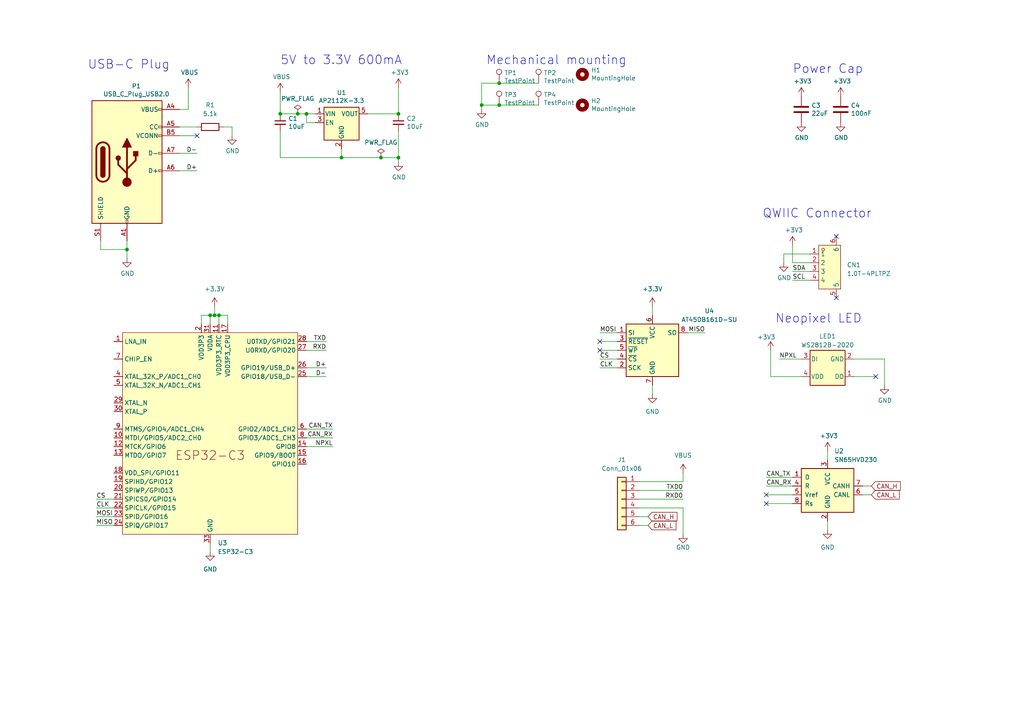
<source format=kicad_sch>
(kicad_sch (version 20230121) (generator eeschema)
  (paper "A4")
  (title_block (title "Expansion Card Template") (date "2020-12-12") (rev "X1") (company "Framework") (comment 1 "This work is licensed under a Creative Commons Attribution 4.0 International License") (comment 4 "https://frame.work"))
  (lib_symbols
    (symbol "Connector:TestPoint" (pin_numbers hide) (pin_names (offset 0.762) hide)
      (property "Reference" "TP" (at 0 6.858 0))
      (property "Value" "TestPoint" (at 0 5.08 0))
      (symbol "TestPoint_0_1"
        (circle (center 0 3.302) (radius 0.762))
      )
      (symbol "TestPoint_1_1"
        (pin passive line (at 0 0 90) (length 2.54) (name "1") (number "1"))
      )
    )
    (symbol "Connector:USB_C_Plug_USB2.0" (pin_names (offset 1.016))
      (property "Reference" "P" (at -10.16 19.05 0))
      (property "Value" "USB_C_Plug_USB2.0" (at 12.7 19.05 0))
      (symbol "USB_C_Plug_USB2.0_0_0"
        (rectangle (start -0.254 -17.78) (end 0.254 -16.764))
        (rectangle (start 10.16 -2.286) (end 9.144 -2.794))
        (rectangle (start 10.16 2.794) (end 9.144 2.286))
        (rectangle (start 10.16 7.874) (end 9.144 7.366))
        (rectangle (start 10.16 10.414) (end 9.144 9.906))
        (rectangle (start 10.16 15.494) (end 9.144 14.986))
      )
      (symbol "USB_C_Plug_USB2.0_0_1"
        (rectangle (start -10.16 17.78) (end 10.16 -17.78) (stroke (width 0.254)) (fill (type background)))
        (arc (start -8.89 -3.81) (mid -6.985 -5.7067) (end -5.08 -3.81) (stroke (width 0.508)))
        (arc (start -7.62 -3.81) (mid -6.985 -4.4423) (end -6.35 -3.81) (stroke (width 0.254)))
        (arc (start -7.62 -3.81) (mid -6.985 -4.4423) (end -6.35 -3.81) (stroke (width 0.254)) (fill (type outline)))
        (rectangle (start -7.62 -3.81) (end -6.35 3.81) (stroke (width 0.254)) (fill (type outline)))
        (arc (start -6.35 3.81) (mid -6.985 4.4423) (end -7.62 3.81) (stroke (width 0.254)))
        (arc (start -6.35 3.81) (mid -6.985 4.4423) (end -7.62 3.81) (stroke (width 0.254)) (fill (type outline)))
        (arc (start -5.08 3.81) (mid -6.985 5.7067) (end -8.89 3.81) (stroke (width 0.508)))
        (circle (center -2.54 1.143) (radius 0.635) (stroke (width 0.254)) (fill (type outline)))
        (circle (center 0 -5.842) (radius 1.27) (fill (type outline)))
        (polyline (pts (xy -8.89 -3.81) (xy -8.89 3.81)) (stroke (width 0.508)))
        (polyline (pts (xy -5.08 3.81) (xy -5.08 -3.81)) (stroke (width 0.508)))
        (polyline (pts (xy 0 -5.842) (xy 0 4.318)) (stroke (width 0.508)))
        (polyline (pts (xy 0 -3.302) (xy -2.54 -0.762) (xy -2.54 0.508)) (stroke (width 0.508)))
        (polyline (pts (xy 0 -2.032) (xy 2.54 0.508) (xy 2.54 1.778)) (stroke (width 0.508)))
        (polyline (pts (xy -1.27 4.318) (xy 0 6.858) (xy 1.27 4.318) (xy -1.27 4.318)) (stroke (width 0.254)) (fill (type outline)))
        (rectangle (start 1.905 1.778) (end 3.175 3.048) (stroke (width 0.254)) (fill (type outline)))
      )
      (symbol "USB_C_Plug_USB2.0_1_1"
        (pin passive line (at 0 -22.86 90) (length 5.08) (name "GND") (number "A1"))
        (pin passive line (at 0 -22.86 90) (length 5.08) hide (name "GND") (number "A12"))
        (pin passive line (at 15.24 15.24 180) (length 5.08) (name "VBUS") (number "A4"))
        (pin bidirectional line (at 15.24 10.16 180) (length 5.08) (name "CC") (number "A5"))
        (pin bidirectional line (at 15.24 -2.54 180) (length 5.08) (name "D+") (number "A6"))
        (pin bidirectional line (at 15.24 2.54 180) (length 5.08) (name "D-") (number "A7"))
        (pin passive line (at 15.24 15.24 180) (length 5.08) hide (name "VBUS") (number "A9"))
        (pin passive line (at 0 -22.86 90) (length 5.08) hide (name "GND") (number "B1"))
        (pin passive line (at 0 -22.86 90) (length 5.08) hide (name "GND") (number "B12"))
        (pin passive line (at 15.24 15.24 180) (length 5.08) hide (name "VBUS") (number "B4"))
        (pin bidirectional line (at 15.24 7.62 180) (length 5.08) (name "VCONN") (number "B5"))
        (pin passive line (at 15.24 15.24 180) (length 5.08) hide (name "VBUS") (number "B9"))
        (pin passive line (at -7.62 -22.86 90) (length 5.08) (name "SHIELD") (number "S1"))
      )
    )
    (symbol "Connector_Generic:Conn_01x06" (pin_names (offset 1.016) hide)
      (property "Reference" "J" (at 0 7.62 0))
      (property "Value" "Conn_01x06" (at 0 -10.16 0))
      (symbol "Conn_01x06_1_1"
        (rectangle (start -1.27 -7.493) (end 0 -7.747) (stroke (width 0.1524)))
        (rectangle (start -1.27 -4.953) (end 0 -5.207) (stroke (width 0.1524)))
        (rectangle (start -1.27 -2.413) (end 0 -2.667) (stroke (width 0.1524)))
        (rectangle (start -1.27 0.127) (end 0 -0.127) (stroke (width 0.1524)))
        (rectangle (start -1.27 2.667) (end 0 2.413) (stroke (width 0.1524)))
        (rectangle (start -1.27 5.207) (end 0 4.953) (stroke (width 0.1524)))
        (rectangle (start -1.27 6.35) (end 1.27 -8.89) (stroke (width 0.254)) (fill (type background)))
        (pin passive line (at -5.08 5.08 0) (length 3.81) (name "Pin_1") (number "1"))
        (pin passive line (at -5.08 2.54 0) (length 3.81) (name "Pin_2") (number "2"))
        (pin passive line (at -5.08 0 0) (length 3.81) (name "Pin_3") (number "3"))
        (pin passive line (at -5.08 -2.54 0) (length 3.81) (name "Pin_4") (number "4"))
        (pin passive line (at -5.08 -5.08 0) (length 3.81) (name "Pin_5") (number "5"))
        (pin passive line (at -5.08 -7.62 0) (length 3.81) (name "Pin_6") (number "6"))
      )
    )
    (symbol "Device:C" (pin_numbers hide) (pin_names (offset 0.254))
      (property "Reference" "C" (at 0.635 2.54 0))
      (property "Value" "C" (at 0.635 -2.54 0))
      (symbol "C_0_1"
        (polyline (pts (xy -2.032 -0.762) (xy 2.032 -0.762)) (stroke (width 0.508)))
        (polyline (pts (xy -2.032 0.762) (xy 2.032 0.762)) (stroke (width 0.508)))
      )
      (symbol "C_1_1"
        (pin passive line (at 0 3.81 270) (length 2.794) (name "~") (number "1"))
        (pin passive line (at 0 -3.81 90) (length 2.794) (name "~") (number "2"))
      )
    )
    (symbol "Device:C_Small" (pin_numbers hide) (pin_names (offset 0.254) hide)
      (property "Reference" "C" (at 0.254 1.778 0))
      (property "Value" "C_Small" (at 0.254 -2.032 0))
      (symbol "C_Small_0_1"
        (polyline (pts (xy -1.524 -0.508) (xy 1.524 -0.508)) (stroke (width 0.3302)))
        (polyline (pts (xy -1.524 0.508) (xy 1.524 0.508)) (stroke (width 0.3048)))
      )
      (symbol "C_Small_1_1"
        (pin passive line (at 0 2.54 270) (length 2.032) (name "~") (number "1"))
        (pin passive line (at 0 -2.54 90) (length 2.032) (name "~") (number "2"))
      )
    )
    (symbol "Device:R" (pin_numbers hide) (pin_names (offset 0))
      (property "Reference" "R" (at 2.032 0 90))
      (property "Value" "R" (at 0 0 90))
      (symbol "R_0_1"
        (rectangle (start -1.016 -2.54) (end 1.016 2.54) (stroke (width 0.254)))
      )
      (symbol "R_1_1"
        (pin passive line (at 0 3.81 270) (length 1.27) (name "~") (number "1"))
        (pin passive line (at 0 -3.81 90) (length 1.27) (name "~") (number "2"))
      )
    )
    (symbol "Espressif:ESP32-C3"
      (property "Reference" "U" (at -25.4 35.56 0))
      (property "Value" "ESP32-C3" (at -25.4 33.02 0))
      (symbol "ESP32-C3_0_0"
        (text "ESP32-C3" (at 0 -5.08 0) (effects (font (size 2.54 2.54))))
        (pin bidirectional line (at -27.94 27.94 0) (length 2.54) (name "LNA_IN") (number "1"))
        (pin bidirectional line (at -27.94 0 0) (length 2.54) (name "MTDI/GPIO5/ADC2_CH0") (number "10"))
        (pin power_in line (at 2.54 33.02 270) (length 2.54) (name "VDD3P3_RTC") (number "11"))
        (pin bidirectional line (at -27.94 -2.54 0) (length 2.54) (name "MTCK/GPIO6") (number "12"))
        (pin bidirectional line (at -27.94 -5.08 0) (length 2.54) (name "MTDO/GPIO7") (number "13"))
        (pin bidirectional line (at 27.94 -2.54 180) (length 2.54) (name "GPIO8") (number "14"))
        (pin bidirectional line (at 27.94 -5.08 180) (length 2.54) (name "GPIO9/BOOT") (number "15"))
        (pin bidirectional line (at 27.94 -7.62 180) (length 2.54) (name "GPIO10") (number "16"))
        (pin power_in line (at 5.08 33.02 270) (length 2.54) (name "VDD3P3_CPU") (number "17"))
        (pin bidirectional line (at -27.94 -10.16 0) (length 2.54) (name "VDD_SPI/GPIO11") (number "18"))
        (pin bidirectional line (at -27.94 -12.7 0) (length 2.54) (name "SPIHD/GPIO12") (number "19"))
        (pin power_in line (at -2.54 33.02 270) (length 2.54) (name "VDD3P3") (number "2"))
        (pin bidirectional line (at -27.94 -15.24 0) (length 2.54) (name "SPIWP/GPIO13") (number "20"))
        (pin bidirectional line (at -27.94 -17.78 0) (length 2.54) (name "SPICS0/GPIO14") (number "21"))
        (pin bidirectional line (at -27.94 -20.32 0) (length 2.54) (name "SPICLK/GPIO15") (number "22"))
        (pin bidirectional line (at -27.94 -22.86 0) (length 2.54) (name "SPID/GPIO16") (number "23"))
        (pin bidirectional line (at -27.94 -25.4 0) (length 2.54) (name "SPIQ/GPIO17") (number "24"))
        (pin bidirectional line (at 27.94 17.78 180) (length 2.54) (name "GPIO18/USB_D-") (number "25"))
        (pin bidirectional line (at 27.94 20.32 180) (length 2.54) (name "GPIO19/USB_D+") (number "26"))
        (pin bidirectional line (at 27.94 25.4 180) (length 2.54) (name "U0RXD/GPIO20") (number "27"))
        (pin bidirectional line (at 27.94 27.94 180) (length 2.54) (name "U0TXD/GPIO21") (number "28"))
        (pin output line (at -27.94 10.16 0) (length 2.54) (name "XTAL_N") (number "29"))
        (pin input line (at -27.94 7.62 0) (length 2.54) (name "XTAL_P") (number "30"))
        (pin power_in line (at 0 33.02 270) (length 2.54) (name "VDDA") (number "31"))
        (pin power_in line (at 0 -30.48 90) (length 2.54) (name "GND") (number "33"))
        (pin output line (at -27.94 17.78 0) (length 2.54) (name "XTAL_32K_P/ADC1_CH0") (number "4"))
        (pin input line (at -27.94 15.24 0) (length 2.54) (name "XTAL_32K_N/ADC1_CH1") (number "5"))
        (pin bidirectional line (at 27.94 2.54 180) (length 2.54) (name "GPIO2/ADC1_CH2") (number "6"))
        (pin input line (at -27.94 22.86 0) (length 2.54) (name "CHIP_EN") (number "7"))
        (pin bidirectional line (at 27.94 0 180) (length 2.54) (name "GPIO3/ADC1_CH3") (number "8"))
        (pin bidirectional line (at -27.94 2.54 0) (length 2.54) (name "MTMS/GPIO4/ADC1_CH4") (number "9"))
      )
      (symbol "ESP32-C3_0_1"
        (rectangle (start -25.4 30.48) (end 25.4 -27.94) (fill (type background)))
        (pin passive line (at -2.54 33.02 270) (length 2.54) hide (name "VDD3P3") (number "3"))
        (pin passive line (at 0 33.02 270) (length 2.54) hide (name "VDDA") (number "32"))
      )
    )
    (symbol "Expansion_Card-rescue:+3.3V-power" (power) (pin_names (offset 0))
      (property "Value" "+3.3V-power" (at 0 3.556 0))
      (symbol "+3.3V-power_0_1"
        (polyline (pts (xy -0.762 1.27) (xy 0 2.54)))
        (polyline (pts (xy 0 0) (xy 0 2.54)))
        (polyline (pts (xy 0 2.54) (xy 0.762 1.27)))
      )
      (symbol "+3.3V-power_1_1"
        (pin power_in line (at 0 0 90) (length 0) hide (name "+3V3") (number "1"))
      )
    )
    (symbol "GND_1" (power) (pin_names (offset 0))
      (property "Value" "GND_1" (at 0 -3.81 0))
      (symbol "GND_1_0_1"
        (polyline (pts (xy 0 0) (xy 0 -1.27) (xy 1.27 -1.27) (xy 0 -2.54) (xy -1.27 -1.27) (xy 0 -1.27)))
      )
      (symbol "GND_1_1_1"
        (pin power_in line (at 0 0 270) (length 0) hide (name "GND") (number "1"))
      )
    )
    (symbol "GND_2" (power) (pin_names (offset 0))
      (property "Value" "GND_2" (at 0 -3.81 0))
      (symbol "GND_2_0_1"
        (polyline (pts (xy 0 0) (xy 0 -1.27) (xy 1.27 -1.27) (xy 0 -2.54) (xy -1.27 -1.27) (xy 0 -1.27)))
      )
      (symbol "GND_2_1_1"
        (pin power_in line (at 0 0 270) (length 0) hide (name "GND") (number "1"))
      )
    )
    (symbol "GND_3" (power) (pin_names (offset 0))
      (property "Value" "GND_3" (at 0 -3.81 0))
      (symbol "GND_3_0_1"
        (polyline (pts (xy 0 0) (xy 0 -1.27) (xy 1.27 -1.27) (xy 0 -2.54) (xy -1.27 -1.27) (xy 0 -1.27)))
      )
      (symbol "GND_3_1_1"
        (pin power_in line (at 0 0 270) (length 0) hide (name "GND") (number "1"))
      )
    )
    (symbol "Interface_CAN_LIN:SN65HVD230" (pin_names (offset 1.016))
      (property "Reference" "U" (at -2.54 10.16 0))
      (property "Value" "SN65HVD230" (at -2.54 7.62 0))
      (symbol "SN65HVD230_0_1"
        (rectangle (start -7.62 5.08) (end 7.62 -7.62) (stroke (width 0.254)) (fill (type background)))
      )
      (symbol "SN65HVD230_1_1"
        (pin input line (at -10.16 2.54 0) (length 2.54) (name "D") (number "1"))
        (pin power_in line (at 0 -10.16 90) (length 2.54) (name "GND") (number "2"))
        (pin power_in line (at 0 7.62 270) (length 2.54) (name "VCC") (number "3"))
        (pin output line (at -10.16 0 0) (length 2.54) (name "R") (number "4"))
        (pin output line (at -10.16 -2.54 0) (length 2.54) (name "Vref") (number "5"))
        (pin bidirectional line (at 10.16 -2.54 180) (length 2.54) (name "CANL") (number "6"))
        (pin bidirectional line (at 10.16 0 180) (length 2.54) (name "CANH") (number "7"))
        (pin input line (at -10.16 -5.08 0) (length 2.54) (name "Rs") (number "8"))
      )
    )
    (symbol "Mechanical:MountingHole" (pin_names (offset 1.016))
      (property "Reference" "H" (at 0 5.08 0))
      (property "Value" "MountingHole" (at 0 3.175 0))
      (symbol "MountingHole_0_1"
        (circle (center 0 0) (radius 1.27) (stroke (width 1.27)))
      )
    )
    (symbol "Memory_Flash:AT45DB161D-SU"
      (property "Reference" "U" (at -7.62 8.89 0))
      (property "Value" "AT45DB161D-SU" (at 10.16 8.89 0))
      (symbol "AT45DB161D-SU_1_1"
        (rectangle (start -7.62 7.62) (end 7.62 -7.62) (stroke (width 0.254)) (fill (type background)))
        (pin input line (at -10.16 5.08 0) (length 2.54) (name "SI") (number "1"))
        (pin input line (at -10.16 -5.08 0) (length 2.54) (name "SCK") (number "2"))
        (pin bidirectional line (at -10.16 2.54 0) (length 2.54) (name "~{RESET}") (number "3"))
        (pin input line (at -10.16 -2.54 0) (length 2.54) (name "~{CS}") (number "4"))
        (pin input line (at -10.16 0 0) (length 2.54) (name "~{WP}") (number "5"))
        (pin power_in line (at 0 10.16 270) (length 2.54) (name "VCC") (number "6"))
        (pin power_in line (at 0 -10.16 90) (length 2.54) (name "GND") (number "7"))
        (pin output line (at 10.16 5.08 180) (length 2.54) (name "SO") (number "8"))
      )
    )
    (symbol "Regulator_Linear:AP2112K-3.3" (pin_names (offset 0.254))
      (property "Reference" "U" (at -5.08 5.715 0))
      (property "Value" "AP2112K-3.3" (at 0 5.715 0))
      (symbol "AP2112K-3.3_0_1"
        (rectangle (start -5.08 4.445) (end 5.08 -5.08) (stroke (width 0.254)) (fill (type background)))
      )
      (symbol "AP2112K-3.3_1_1"
        (pin power_in line (at -7.62 2.54 0) (length 2.54) (name "VIN") (number "1"))
        (pin power_in line (at 0 -7.62 90) (length 2.54) (name "GND") (number "2"))
        (pin input line (at -7.62 0 0) (length 2.54) (name "EN") (number "3"))
        (pin no_connect line (at 5.08 0 180) (length 2.54) hide (name "NC") (number "4"))
        (pin power_out line (at 7.62 2.54 180) (length 2.54) (name "VOUT") (number "5"))
      )
    )
    (symbol "VBUS_1" (power) (pin_names (offset 0))
      (property "Value" "VBUS_1" (at 0 3.81 0))
      (symbol "VBUS_1_0_1"
        (polyline (pts (xy -0.762 1.27) (xy 0 2.54)))
        (polyline (pts (xy 0 0) (xy 0 2.54)))
        (polyline (pts (xy 0 2.54) (xy 0.762 1.27)))
      )
      (symbol "VBUS_1_1_1"
        (pin power_in line (at 0 0 90) (length 0) hide (name "VBUS") (number "1"))
      )
    )
    (symbol "_mykicadlib:QWIIC_1.0T-4PLTPZ"
      (property "Reference" "CN" (at 0 13.97 0))
      (property "Value" "1.0T-4PLTPZ" (at 0 -13.97 0))
      (symbol "QWIIC_1.0T-4PLTPZ_0_1"
        (rectangle (start -1.27 6.35) (end 5.08 -6.35) (fill (type background)))
        (circle (center 0 5.08) (radius 0.38))
        (pin unspecified line (at -3.81 3.81 0) (length 2.54) (name "1") (number "1"))
        (pin unspecified line (at -3.81 1.27 0) (length 2.54) (name "2") (number "2"))
        (pin unspecified line (at -3.81 -1.27 0) (length 2.54) (name "3") (number "3"))
        (pin unspecified line (at -3.81 -3.81 0) (length 2.54) (name "4") (number "4"))
        (pin unspecified line (at 3.81 -8.89 90) (length 2.54) (name "5") (number "5"))
        (pin unspecified line (at 3.81 8.89 270) (length 2.54) (name "6") (number "6"))
      )
    )
    (symbol "_mykicadlib:WS2812B-2020" (pin_names (offset 0.254))
      (property "Reference" "LED1" (at 0 8.89 0))
      (property "Value" "WS2812B-2020" (at 0 6.35 0))
      (symbol "WS2812B-2020_0_1"
        (rectangle (start 5.08 5.08) (end -5.08 -5.08) (stroke (width 0.254)) (fill (type background)))
      )
      (symbol "WS2812B-2020_1_1"
        (pin output line (at 7.62 -2.54 180) (length 2.54) (name "DO") (number "1"))
        (pin power_in line (at 7.62 2.54 180) (length 2.54) (name "GND") (number "2"))
        (pin input line (at -7.62 2.54 0) (length 2.54) (name "DI") (number "3"))
        (pin power_in line (at -7.62 -2.54 0) (length 2.54) (name "VDD") (number "4"))
      )
    )
    (symbol "power:+3.3V" (power) (pin_names (offset 0))
      (property "Value" "+3.3V" (at 0 3.556 0))
      (symbol "+3.3V_0_1"
        (polyline (pts (xy -0.762 1.27) (xy 0 2.54)))
        (polyline (pts (xy 0 0) (xy 0 2.54)))
        (polyline (pts (xy 0 2.54) (xy 0.762 1.27)))
      )
      (symbol "+3.3V_1_1"
        (pin power_in line (at 0 0 90) (length 0) hide (name "+3.3V") (number "1"))
      )
    )
    (symbol "power:+3V3" (power) (pin_names (offset 0))
      (property "Value" "+3V3" (at 0 3.556 0))
      (symbol "+3V3_0_1"
        (polyline (pts (xy -0.762 1.27) (xy 0 2.54)))
        (polyline (pts (xy 0 0) (xy 0 2.54)))
        (polyline (pts (xy 0 2.54) (xy 0.762 1.27)))
      )
      (symbol "+3V3_1_1"
        (pin power_in line (at 0 0 90) (length 0) hide (name "+3V3") (number "1"))
      )
    )
    (symbol "power:GND" (power) (pin_names (offset 0))
      (property "Value" "GND" (at 0 -3.81 0))
      (symbol "GND_0_1"
        (polyline (pts (xy 0 0) (xy 0 -1.27) (xy 1.27 -1.27) (xy 0 -2.54) (xy -1.27 -1.27) (xy 0 -1.27)))
      )
      (symbol "GND_1_1"
        (pin power_in line (at 0 0 270) (length 0) hide (name "GND") (number "1"))
      )
    )
    (symbol "power:PWR_FLAG" (power) (pin_numbers hide) (pin_names (offset 0) hide)
      (property "Value" "PWR_FLAG" (at 0 3.81 0))
      (symbol "PWR_FLAG_0_0"
        (pin power_out line (at 0 0 90) (length 0) (name "pwr") (number "1"))
      )
      (symbol "PWR_FLAG_0_1"
        (polyline (pts (xy 0 0) (xy 0 1.27) (xy -1.016 1.905) (xy 0 2.54) (xy 1.016 1.905) (xy 0 1.27)))
      )
    )
    (symbol "power:VBUS" (power) (pin_names (offset 0))
      (property "Value" "VBUS" (at 0 3.81 0))
      (symbol "VBUS_0_1"
        (polyline (pts (xy -0.762 1.27) (xy 0 2.54)))
        (polyline (pts (xy 0 0) (xy 0 2.54)))
        (polyline (pts (xy 0 2.54) (xy 0.762 1.27)))
      )
      (symbol "VBUS_1_1"
        (pin power_in line (at 0 0 90) (length 0) hide (name "VBUS") (number "1"))
      )
    )
  )
  (junction (at 81.28 33.02))
  (junction (at 86.36 33.02))
  (junction (at 36.83 72.39))
  (junction (at 144.78 24.13))
  (junction (at 60.96 91.44))
  (junction (at 99.06 45.72))
  (junction (at 115.57 33.02))
  (junction (at 144.78 30.48))
  (junction (at 139.7 30.48))
  (junction (at 110.49 45.72))
  (junction (at 88.9 33.02))
  (junction (at 62.23 91.44))
  (junction (at 115.57 45.72))
  (junction (at 63.5 91.44))
  (no_connect (at 222.25 146.05))
  (no_connect (at 57.15 39.37))
  (no_connect (at 242.57 68.58))
  (no_connect (at 242.57 86.36))
  (no_connect (at 173.99 99.06))
  (no_connect (at 254 109.22))
  (no_connect (at 222.25 143.51))
  (no_connect (at 173.99 101.6))
  (wire (pts (xy 223.52 109.22) (xy 232.41 109.22)))
  (wire (pts (xy 139.7 24.13) (xy 139.7 30.48)))
  (wire (pts (xy 222.25 140.97) (xy 229.87 140.97)))
  (wire (pts (xy 173.99 106.68) (xy 179.07 106.68)))
  (wire (pts (xy 29.21 72.39) (xy 36.83 72.39)))
  (wire (pts (xy 229.87 76.2) (xy 234.95 76.2)))
  (wire (pts (xy 96.52 124.46) (xy 88.9 124.46)))
  (wire (pts (xy 173.99 99.06) (xy 179.07 99.06)))
  (wire (pts (xy 198.12 144.78) (xy 185.42 144.78)))
  (wire (pts (xy 52.07 36.83) (xy 57.15 36.83)))
  (wire (pts (xy 27.94 147.32) (xy 33.02 147.32)))
  (wire (pts (xy 57.15 49.53) (xy 52.07 49.53)))
  (wire (pts (xy 254 109.22) (xy 247.65 109.22)))
  (wire (pts (xy 86.36 33.02) (xy 88.9 33.02)))
  (wire (pts (xy 91.44 35.56) (xy 88.9 35.56)))
  (wire (pts (xy 99.06 43.18) (xy 99.06 45.72)))
  (wire (pts (xy 60.96 91.44) (xy 60.96 93.98)))
  (wire (pts (xy 223.52 101.6) (xy 223.52 109.22)))
  (wire (pts (xy 240.03 151.13) (xy 240.03 153.67)))
  (wire (pts (xy 240.03 130.81) (xy 240.03 133.35)))
  (wire (pts (xy 226.06 104.14) (xy 232.41 104.14)))
  (wire (pts (xy 139.7 31.75) (xy 139.7 30.48)))
  (wire (pts (xy 88.9 99.06) (xy 94.615 99.06)))
  (wire (pts (xy 58.42 91.44) (xy 60.96 91.44)))
  (wire (pts (xy 58.42 93.98) (xy 58.42 91.44)))
  (wire (pts (xy 27.94 144.78) (xy 33.02 144.78)))
  (wire (pts (xy 67.31 36.83) (xy 64.77 36.83)))
  (wire (pts (xy 110.49 45.72) (xy 115.57 45.72)))
  (wire (pts (xy 63.5 91.44) (xy 63.5 93.98)))
  (wire (pts (xy 106.68 33.02) (xy 115.57 33.02)))
  (wire (pts (xy 96.52 127) (xy 88.9 127)))
  (wire (pts (xy 36.83 72.39) (xy 36.83 69.85)))
  (wire (pts (xy 185.42 147.32) (xy 198.12 147.32)))
  (wire (pts (xy 229.87 71.12) (xy 229.87 76.2)))
  (wire (pts (xy 250.19 143.51) (xy 252.73 143.51)))
  (wire (pts (xy 187.96 152.4) (xy 185.42 152.4)))
  (wire (pts (xy 52.07 31.75) (xy 54.61 31.75)))
  (wire (pts (xy 198.12 139.7) (xy 185.42 139.7)))
  (wire (pts (xy 198.12 137.16) (xy 198.12 139.7)))
  (wire (pts (xy 54.61 31.75) (xy 54.61 25.4)))
  (wire (pts (xy 57.15 44.45) (xy 52.07 44.45)))
  (wire (pts (xy 81.28 38.1) (xy 81.28 45.72)))
  (wire (pts (xy 229.87 78.74) (xy 234.95 78.74)))
  (wire (pts (xy 222.25 146.05) (xy 229.87 146.05)))
  (wire (pts (xy 81.28 45.72) (xy 99.06 45.72)))
  (wire (pts (xy 115.57 45.72) (xy 115.57 46.99)))
  (wire (pts (xy 144.78 24.13) (xy 139.7 24.13)))
  (wire (pts (xy 29.21 69.85) (xy 29.21 72.39)))
  (wire (pts (xy 227.33 73.66) (xy 227.33 76.2)))
  (wire (pts (xy 199.39 96.52) (xy 204.47 96.52)))
  (wire (pts (xy 185.42 149.86) (xy 187.96 149.86)))
  (wire (pts (xy 189.23 111.76) (xy 189.23 114.3)))
  (wire (pts (xy 88.9 106.68) (xy 94.615 106.68)))
  (wire (pts (xy 250.19 140.97) (xy 252.73 140.97)))
  (wire (pts (xy 115.57 38.1) (xy 115.57 45.72)))
  (wire (pts (xy 198.12 142.24) (xy 185.42 142.24)))
  (wire (pts (xy 227.33 73.66) (xy 234.95 73.66)))
  (wire (pts (xy 88.9 33.02) (xy 91.44 33.02)))
  (wire (pts (xy 222.25 138.43) (xy 229.87 138.43)))
  (wire (pts (xy 189.23 88.9) (xy 189.23 91.44)))
  (wire (pts (xy 198.12 147.32) (xy 198.12 154.94)))
  (wire (pts (xy 256.54 111.76) (xy 256.54 104.14)))
  (wire (pts (xy 81.28 33.02) (xy 86.36 33.02)))
  (wire (pts (xy 99.06 45.72) (xy 110.49 45.72)))
  (wire (pts (xy 36.83 74.93) (xy 36.83 72.39)))
  (wire (pts (xy 247.65 104.14) (xy 256.54 104.14)))
  (wire (pts (xy 96.52 129.54) (xy 88.9 129.54)))
  (wire (pts (xy 57.15 39.37) (xy 52.07 39.37)))
  (wire (pts (xy 60.96 91.44) (xy 62.23 91.44)))
  (wire (pts (xy 63.5 91.44) (xy 66.04 91.44)))
  (wire (pts (xy 156.21 30.48) (xy 144.78 30.48)))
  (wire (pts (xy 173.99 101.6) (xy 179.07 101.6)))
  (wire (pts (xy 66.04 91.44) (xy 66.04 93.98)))
  (wire (pts (xy 67.31 36.83) (xy 67.31 39.37)))
  (wire (pts (xy 156.21 24.13) (xy 144.78 24.13)))
  (wire (pts (xy 88.9 109.22) (xy 94.615 109.22)))
  (wire (pts (xy 222.25 143.51) (xy 229.87 143.51)))
  (wire (pts (xy 144.78 30.48) (xy 139.7 30.48)))
  (wire (pts (xy 81.28 26.67) (xy 81.28 33.02)))
  (wire (pts (xy 229.87 81.28) (xy 234.95 81.28)))
  (wire (pts (xy 60.96 157.48) (xy 60.96 160.02)))
  (wire (pts (xy 27.94 149.86) (xy 33.02 149.86)))
  (wire (pts (xy 62.23 91.44) (xy 63.5 91.44)))
  (wire (pts (xy 88.9 35.56) (xy 88.9 33.02)))
  (wire (pts (xy 173.99 104.14) (xy 179.07 104.14)))
  (wire (pts (xy 88.9 101.6) (xy 94.615 101.6)))
  (wire (pts (xy 115.57 25.4) (xy 115.57 33.02)))
  (wire (pts (xy 173.99 96.52) (xy 179.07 96.52)))
  (wire (pts (xy 62.23 88.9) (xy 62.23 91.44)))
  (wire (pts (xy 33.02 152.4) (xy 27.94 152.4)))
  (text "USB-C Plug" (at 25.4 20.32 0) (effects (font (size 2.54 2.54)) (justify left bottom)))
  (text "QWIIC Connector" (at 221.107 63.5 0) (effects (font (size 2.54 2.54)) (justify left bottom)))
  (text "Power Cap" (at 229.87 21.59 0) (effects (font (size 2.54 2.54)) (justify left bottom)))
  (text "Mechanical mounting" (at 140.97 19.05 0) (effects (font (size 2.54 2.54)) (justify left bottom)))
  (text "Neopixel LED" (at 224.79 93.98 0) (effects (font (size 2.54 2.54)) (justify left bottom)))
  (text "5V to 3.3V 600mA" (at 81.28 19.05 0) (effects (font (size 2.54 2.54)) (justify left bottom)))
  (label "MOSI" (at 173.99 96.52 0))
  (label "SCL" (at 229.87 81.28 0))
  (label "CS" (at 173.99 104.14 0))
  (label "D-" (at 94.615 109.22 180))
  (label "MISO" (at 204.47 96.52 180))
  (label "NPXL" (at 226.06 104.14 0))
  (label "CAN_RX" (at 222.25 140.97 0))
  (label "D+" (at 57.15 49.53 180))
  (label "RXD" (at 94.615 101.6 180))
  (label "TXD" (at 94.615 99.06 180))
  (label "NPXL" (at 96.52 129.54 180))
  (label "D+" (at 94.615 106.68 180))
  (label "CLK" (at 173.99 106.68 0))
  (label "MOSI" (at 27.94 149.86 0))
  (label "CAN_TX" (at 222.25 138.43 0))
  (label "RXD0" (at 198.12 144.78 180))
  (label "CLK" (at 27.94 147.32 0))
  (label "MISO" (at 27.94 152.4 0))
  (label "CS" (at 27.94 144.78 0))
  (label "D-" (at 57.15 44.45 180))
  (label "SDA" (at 229.87 78.74 0))
  (label "CAN_TX" (at 96.52 124.46 180))
  (label "TXD0" (at 198.12 142.24 180))
  (label "CAN_RX" (at 96.52 127 180))
  (global_label "CAN_H" (shape input) (at 187.96 149.86 0) (property "Intersheetrefs" "${INTERSHEET_REFS}" (effects hide)))
  (global_label "CAN_L" (shape input) (at 187.96 152.4 0) (property "Intersheetrefs" "${INTERSHEET_REFS}" (effects hide)))
  (global_label "CAN_H" (shape input) (at 252.73 140.97 0) (property "Intersheetrefs" "${INTERSHEET_REFS}" (effects hide)))
  (global_label "CAN_L" (shape input) (at 252.73 143.51 0) (property "Intersheetrefs" "${INTERSHEET_REFS}" (effects hide)))
  (symbol (lib_id "Regulator_Linear:AP2112K-3.3") (at 99.06 35.56 0) (unit 1)
    (property "Reference" "U1" (at 99.06 26.8732 0))
    (property "Value" "AP2112K-3.3" (at 99.06 29.1846 0))
    (property "Footprint" "Package_TO_SOT_SMD:SOT-23-5" (effects hide))
    (property "Datasheet" "https://www.diodes.com/assets/Datasheets/AP2112.pdf" (effects hide))
  )
  (symbol (lib_id "Device:C_Small") (at 81.28 35.56 0) (unit 1)
    (property "Reference" "C1" (at 83.6168 34.3916 0) (effects (justify left)))
    (property "Value" "10uF" (at 83.6168 36.703 0) (effects (justify left)))
    (property "Footprint" "Capacitor_SMD:C_0201_0603Metric_Pad0.64x0.40mm_HandSolder" (effects hide))
  )
  (symbol (lib_id "Device:C_Small") (at 115.57 35.56 0) (unit 1)
    (property "Reference" "C2" (at 117.9068 34.3916 0) (effects (justify left)))
    (property "Value" "10uF" (at 117.9068 36.703 0) (effects (justify left)))
    (property "Footprint" "Capacitor_SMD:C_0201_0603Metric_Pad0.64x0.40mm_HandSolder" (effects hide))
  )
  (symbol (lib_id "Expansion_Card-rescue:+3.3V-power") (at 115.57 25.4 0) (unit 1)
    (property "Reference" "#PWR05" (effects hide))
    (property "Value" "+3.3V" (at 115.951 21.0058 0))
  )
  (symbol (lib_id "power:GND") (at 115.57 46.99 0) (unit 1)
    (property "Reference" "#PWR06" (effects hide))
    (property "Value" "GND" (at 115.697 51.3842 0))
  )
  (symbol (lib_id "power:VBUS") (at 81.28 26.67 0) (unit 1)
    (property "Reference" "#PWR04" (effects hide))
    (property "Value" "VBUS" (at 81.661 22.2758 0))
  )
  (symbol (lib_id "Connector:USB_C_Plug_USB2.0") (at 36.83 46.99 0) (unit 1)
    (property "Reference" "P1" (at 39.5478 24.9682 0))
    (property "Value" "USB_C_Plug_USB2.0" (at 39.5478 27.2796 0))
    (property "Footprint" "Expansion_Card:USB_C_Plug_Molex_105444" (effects hide))
    (property "Datasheet" "https://www.usb.org/sites/default/files/documents/usb_type-c.zip" (effects hide))
  )
  (symbol (lib_id "power:GND") (at 36.83 74.93 0) (unit 1)
    (property "Reference" "#PWR01" (effects hide))
    (property "Value" "GND" (at 36.957 79.3242 0))
  )
  (symbol (lib_id "power:GND") (at 67.31 39.37 0) (unit 1)
    (property "Reference" "#PWR03" (effects hide))
    (property "Value" "GND" (at 67.437 43.7642 0))
  )
  (symbol (lib_id "power:VBUS") (at 54.61 25.4 0) (unit 1)
    (property "Reference" "#PWR02" (effects hide))
    (property "Value" "VBUS" (at 54.991 21.0058 0))
  )
  (symbol (lib_id "Mechanical:MountingHole") (at 168.91 21.59 0) (unit 1)
    (property "Reference" "H1" (at 171.45 20.3454 0) (effects (justify left)))
    (property "Value" "MountingHole" (at 171.45 22.6568 0) (effects (justify left)))
    (property "Footprint" "MountingHole:MountingHole_2.2mm_M2" (effects hide))
  )
  (symbol (lib_id "Mechanical:MountingHole") (at 168.91 30.48 0) (unit 1)
    (property "Reference" "H2" (at 171.45 29.2354 0) (effects (justify left)))
    (property "Value" "MountingHole" (at 171.45 31.5468 0) (effects (justify left)))
    (property "Footprint" "MountingHole:MountingHole_2.2mm_M2" (effects hide))
  )
  (symbol (lib_id "power:PWR_FLAG") (at 86.36 33.02 0) (unit 1)
    (property "Reference" "#FLG01" (effects hide))
    (property "Value" "PWR_FLAG" (at 86.36 28.6258 0))
  )
  (symbol (lib_id "power:PWR_FLAG") (at 110.49 45.72 0) (unit 1)
    (property "Reference" "#FLG02" (effects hide))
    (property "Value" "PWR_FLAG" (at 110.49 41.3258 0))
  )
  (symbol (lib_id "Connector:TestPoint") (at 156.21 24.13 0) (unit 1)
    (property "Reference" "TP2" (at 157.6832 21.1328 0) (effects (justify left)))
    (property "Value" "TestPoint" (at 157.6832 23.4442 0) (effects (justify left)))
    (property "Footprint" "TestPoint:TestPoint_Pad_1.5x1.5mm" (effects hide))
  )
  (symbol (lib_id "Connector:TestPoint") (at 144.78 24.13 0) (unit 1)
    (property "Reference" "TP1" (at 146.2532 21.1328 0) (effects (justify left)))
    (property "Value" "TestPoint" (at 146.2532 23.4442 0) (effects (justify left)))
    (property "Footprint" "TestPoint:TestPoint_Pad_1.5x1.5mm" (effects hide))
  )
  (symbol (lib_id "Connector:TestPoint") (at 144.78 30.48 0) (unit 1)
    (property "Reference" "TP3" (at 146.2532 27.4828 0) (effects (justify left)))
    (property "Value" "TestPoint" (at 146.2532 29.7942 0) (effects (justify left)))
    (property "Footprint" "TestPoint:TestPoint_Pad_1.5x1.5mm" (effects hide))
  )
  (symbol (lib_id "Connector:TestPoint") (at 156.21 30.48 0) (unit 1)
    (property "Reference" "TP4" (at 157.6832 27.4828 0) (effects (justify left)))
    (property "Value" "TestPoint" (at 157.6832 29.7942 0) (effects (justify left)))
    (property "Footprint" "TestPoint:TestPoint_Pad_1.5x1.5mm" (effects hide))
  )
  (symbol (lib_id "power:GND") (at 139.7 31.75 0) (unit 1)
    (property "Reference" "#PWR0101" (effects hide))
    (property "Value" "GND" (at 139.827 36.1442 0))
  )
  (symbol (lib_id "_mykicadlib:QWIIC_1.0T-4PLTPZ") (at 238.76 77.47 0) (unit 1)
    (property "Reference" "CN1" (at 245.618 76.835 0) (effects (justify left)))
    (property "Value" "1.0T-4PLTPZ" (at 245.618 79.375 0) (effects (justify left)))
    (property "Footprint" "_mykicadlib:FPC-SMD_4P-P1.00_1.0T-4PLTPZ" (effects hide))
    (property "MPN" "C2974722" (effects hide))
  )
  (symbol (lib_id "Device:C") (at 232.41 31.75 0) (unit 1)
    (property "Reference" "C3" (at 235.331 30.5816 0) (effects (justify left)))
    (property "Value" "22uF" (at 235.331 32.893 0) (effects (justify left)))
    (property "Footprint" "Capacitor_SMD:C_0402_1005Metric_Pad0.74x0.62mm_HandSolder" (effects hide))
  )
  (symbol (lib_id "power:GND") (at 198.12 154.94 0) (unit 1)
    (property "Reference" "#PWR014" (effects hide))
    (property "Value" "GND" (at 198.12 158.75 0))
  )
  (symbol (lib_id "_mykicadlib:WS2812B-2020") (at 240.03 106.68 0) (unit 1)
    (property "Reference" "LED1" (at 240.03 97.536 0))
    (property "Value" "WS2812B-2020" (at 240.03 100.076 0))
    (property "Footprint" "_mykicadlib:LED-SMD_4P-L2.0-W2.0-TL_WS2812B-2020" (effects hide))
    (property "Datasheet" "https://datasheet.lcsc.com/lcsc/2012110135_Worldsemi-WS2812B-2020_C965555.pdf" (effects hide))
    (property "Manufacturer" "worldsemi" (effects hide))
    (property "LCSC Part" "C965555" (effects hide))
    (property "JLC Part" "Extended Part" (effects hide))
    (property "LCSC#" "C965555" (effects hide))
    (property "Part#" "WS2812B-2020" (effects hide))
    (property "MPN" "C965555" (effects hide))
  )
  (symbol (lib_id "power:+3V3") (at 243.84 27.94 0) (unit 1)
    (property "Reference" "#PWR017" (effects hide))
    (property "Value" "+3V3" (at 244.221 23.5458 0))
  )
  (symbol (lib_id "Espressif:ESP32-C3") (at 60.96 127 0) (unit 1)
    (property "Reference" "U3" (at 63.1541 157.48 0) (effects (justify left)))
    (property "Value" "ESP32-C3" (at 63.1541 160.02 0) (effects (justify left)))
    (property "Footprint" "Package_DFN_QFN:QFN-32-1EP_5x5mm_P0.5mm_EP3.45x3.45mm" (effects hide))
    (property "Datasheet" "https://www.espressif.com/sites/default/files/documentation/esp32-c3_datasheet_en.pdf" (effects hide))
  )
  (symbol (lib_id "power:GND") (at 243.84 35.56 0) (unit 1)
    (property "Reference" "#PWR018" (effects hide))
    (property "Value" "GND" (at 243.967 39.9542 0))
  )
  (symbol (lib_id "power:GND") (at 232.41 35.56 0) (unit 1)
    (property "Reference" "#PWR016" (effects hide))
    (property "Value" "GND" (at 232.537 39.9542 0))
  )
  (symbol (lib_id "power:+3V3") (at 232.41 27.94 0) (unit 1)
    (property "Reference" "#PWR015" (effects hide))
    (property "Value" "+3V3" (at 232.791 23.5458 0))
  )
  (symbol (lib_id "power:GND") (at 256.54 111.76 0) (unit 1)
    (property "Reference" "#PWR020" (effects hide))
    (property "Value" "GND" (at 256.667 116.1542 0))
  )
  (symbol (lib_name "VBUS_1") (lib_id "power:VBUS") (at 198.12 137.16 0) (unit 1)
    (property "Reference" "#PWR013" (effects hide))
    (property "Value" "VBUS" (at 198.12 132.08 0))
  )
  (symbol (lib_id "power:+3V3") (at 229.87 71.12 0) (unit 1)
    (property "Reference" "#PWR022" (effects hide))
    (property "Value" "+3V3" (at 230.251 66.7258 0))
  )
  (symbol (lib_id "Memory_Flash:AT45DB161D-SU") (at 189.23 101.6 0) (unit 1)
    (property "Reference" "U4" (at 205.74 90.17 0))
    (property "Value" "AT45DB161D-SU" (at 205.74 92.71 0))
    (property "Footprint" "Package_SO:SOIC-8_5.275x5.275mm_P1.27mm" (effects hide))
    (property "Datasheet" "https://www.adestotech.com/wp-content/uploads/doc3500.pdf" (effects hide))
  )
  (symbol (lib_id "power:+3V3") (at 223.52 101.6 0) (unit 1)
    (property "Reference" "#PWR019" (effects hide))
    (property "Value" "+3V3" (at 222.25 97.79 0))
  )
  (symbol (lib_id "Interface_CAN_LIN:SN65HVD230") (at 240.03 140.97 0) (unit 1)
    (property "Reference" "U2" (at 241.9859 130.81 0) (effects (justify left)))
    (property "Value" "SN65HVD230" (at 241.9859 133.35 0) (effects (justify left)))
    (property "Footprint" "Package_SO:SOIC-8_3.9x4.9mm_P1.27mm" (effects hide))
    (property "Datasheet" "http://www.ti.com/lit/ds/symlink/sn65hvd230.pdf" (effects hide))
  )
  (symbol (lib_name "GND_3") (lib_id "power:GND") (at 189.23 114.3 0) (unit 1)
    (property "Reference" "#PWR011" (effects hide))
    (property "Value" "GND" (at 189.23 119.38 0))
  )
  (symbol (lib_name "GND_2") (lib_id "power:GND") (at 240.03 153.67 0) (unit 1)
    (property "Reference" "#PWR09" (effects hide))
    (property "Value" "GND" (at 240.03 158.75 0))
  )
  (symbol (lib_id "power:+3.3V") (at 189.23 88.9 0) (unit 1)
    (property "Reference" "#PWR012" (effects hide))
    (property "Value" "+3.3V" (at 189.23 83.82 0))
  )
  (symbol (lib_id "power:GND") (at 227.33 76.2 0) (unit 1)
    (property "Reference" "#PWR021" (effects hide))
    (property "Value" "GND" (at 227.457 80.5942 0))
  )
  (symbol (lib_id "Expansion_Card-rescue:+3.3V-power") (at 240.03 130.81 0) (unit 1)
    (property "Reference" "#PWR08" (effects hide))
    (property "Value" "+3.3V" (at 240.411 126.4158 0))
  )
  (symbol (lib_id "Device:R") (at 60.96 36.83 90) (unit 1)
    (property "Reference" "R1" (at 60.96 30.48 90))
    (property "Value" "5.1k" (at 60.96 33.02 90))
  )
  (symbol (lib_id "Device:C") (at 243.84 31.75 0) (unit 1)
    (property "Reference" "C4" (at 246.761 30.5816 0) (effects (justify left)))
    (property "Value" "100nF" (at 246.761 32.893 0) (effects (justify left)))
    (property "Footprint" "Capacitor_SMD:C_0402_1005Metric_Pad0.74x0.62mm_HandSolder" (effects hide))
  )
  (symbol (lib_name "GND_1") (lib_id "power:GND") (at 60.96 160.02 0) (unit 1)
    (property "Reference" "#PWR010" (effects hide))
    (property "Value" "GND" (at 60.96 165.1 0))
  )
  (symbol (lib_id "Connector_Generic:Conn_01x06") (at 180.34 144.78 0) (mirror y) (unit 1)
    (property "Reference" "J1" (at 180.34 133.35 0))
    (property "Value" "Conn_01x06" (at 180.34 135.89 0))
    (property "Footprint" "Connector_PinSocket_2.00mm:PinSocket_1x06_P2.00mm_Horizontal" (effects hide))
  )
  (symbol (lib_id "power:+3.3V") (at 62.23 88.9 0) (unit 1)
    (property "Reference" "#PWR07" (effects hide))
    (property "Value" "+3.3V" (at 62.23 83.82 0))
  )
)
</source>
